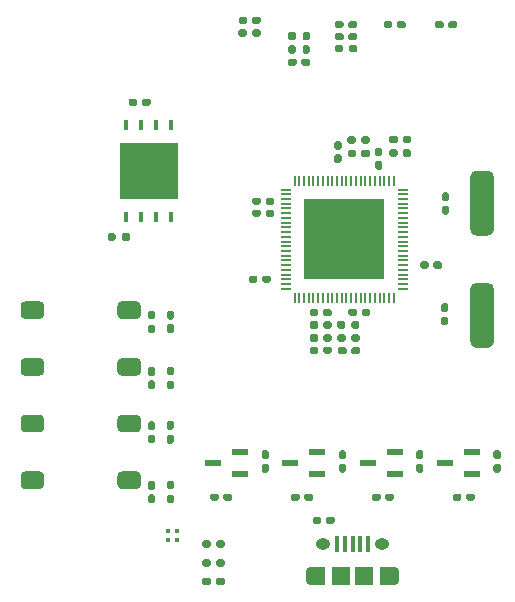
<source format=gbr>
%TF.GenerationSoftware,KiCad,Pcbnew,(5.1.7)-1*%
%TF.CreationDate,2020-10-27T23:28:53+01:00*%
%TF.ProjectId,f1c100s,66316331-3030-4732-9e6b-696361645f70,rev?*%
%TF.SameCoordinates,Original*%
%TF.FileFunction,Paste,Top*%
%TF.FilePolarity,Positive*%
%FSLAX46Y46*%
G04 Gerber Fmt 4.6, Leading zero omitted, Abs format (unit mm)*
G04 Created by KiCad (PCBNEW (5.1.7)-1) date 2020-10-27 23:28:53*
%MOMM*%
%LPD*%
G01*
G04 APERTURE LIST*
%ADD10R,1.400000X0.600000*%
%ADD11O,1.250000X0.950000*%
%ADD12R,1.200000X1.550000*%
%ADD13O,0.890000X1.550000*%
%ADD14R,1.500000X1.550000*%
%ADD15R,0.400000X1.350000*%
%ADD16R,4.900000X4.750000*%
%ADD17R,0.450000X0.950000*%
%ADD18R,6.840000X6.840000*%
%ADD19R,0.200000X0.850000*%
%ADD20R,0.850000X0.200000*%
%ADD21R,0.400000X0.400000*%
G04 APERTURE END LIST*
D10*
%TO.C,IC2*%
X183054426Y-89862800D03*
X185354426Y-88912800D03*
X185354426Y-90812800D03*
%TD*%
%TO.C,IC3*%
X176508484Y-89862800D03*
X178808484Y-88912800D03*
X178808484Y-90812800D03*
%TD*%
%TO.C,IC4*%
X169962542Y-89862800D03*
X172262542Y-88912800D03*
X172262542Y-90812800D03*
%TD*%
%TO.C,IC5*%
X163416600Y-89862800D03*
X165716600Y-88912800D03*
X165716600Y-90812800D03*
%TD*%
%TO.C,SW4*%
G36*
G01*
X149128068Y-90926867D02*
X149128068Y-91676867D01*
G75*
G02*
X148753068Y-92051867I-375000J0D01*
G01*
X147503068Y-92051867D01*
G75*
G02*
X147128068Y-91676867I0J375000D01*
G01*
X147128068Y-90926867D01*
G75*
G02*
X147503068Y-90551867I375000J0D01*
G01*
X148753068Y-90551867D01*
G75*
G02*
X149128068Y-90926867I0J-375000D01*
G01*
G37*
G36*
G01*
X157328068Y-90926867D02*
X157328068Y-91676867D01*
G75*
G02*
X156953068Y-92051867I-375000J0D01*
G01*
X155703068Y-92051867D01*
G75*
G02*
X155328068Y-91676867I0J375000D01*
G01*
X155328068Y-90926867D01*
G75*
G02*
X155703068Y-90551867I375000J0D01*
G01*
X156953068Y-90551867D01*
G75*
G02*
X157328068Y-90926867I0J-375000D01*
G01*
G37*
%TD*%
%TO.C,SW3*%
G36*
G01*
X149128068Y-86127310D02*
X149128068Y-86877310D01*
G75*
G02*
X148753068Y-87252310I-375000J0D01*
G01*
X147503068Y-87252310D01*
G75*
G02*
X147128068Y-86877310I0J375000D01*
G01*
X147128068Y-86127310D01*
G75*
G02*
X147503068Y-85752310I375000J0D01*
G01*
X148753068Y-85752310D01*
G75*
G02*
X149128068Y-86127310I0J-375000D01*
G01*
G37*
G36*
G01*
X157328068Y-86127310D02*
X157328068Y-86877310D01*
G75*
G02*
X156953068Y-87252310I-375000J0D01*
G01*
X155703068Y-87252310D01*
G75*
G02*
X155328068Y-86877310I0J375000D01*
G01*
X155328068Y-86127310D01*
G75*
G02*
X155703068Y-85752310I375000J0D01*
G01*
X156953068Y-85752310D01*
G75*
G02*
X157328068Y-86127310I0J-375000D01*
G01*
G37*
%TD*%
%TO.C,SW2*%
G36*
G01*
X149128068Y-81327755D02*
X149128068Y-82077755D01*
G75*
G02*
X148753068Y-82452755I-375000J0D01*
G01*
X147503068Y-82452755D01*
G75*
G02*
X147128068Y-82077755I0J375000D01*
G01*
X147128068Y-81327755D01*
G75*
G02*
X147503068Y-80952755I375000J0D01*
G01*
X148753068Y-80952755D01*
G75*
G02*
X149128068Y-81327755I0J-375000D01*
G01*
G37*
G36*
G01*
X157328068Y-81327755D02*
X157328068Y-82077755D01*
G75*
G02*
X156953068Y-82452755I-375000J0D01*
G01*
X155703068Y-82452755D01*
G75*
G02*
X155328068Y-82077755I0J375000D01*
G01*
X155328068Y-81327755D01*
G75*
G02*
X155703068Y-80952755I375000J0D01*
G01*
X156953068Y-80952755D01*
G75*
G02*
X157328068Y-81327755I0J-375000D01*
G01*
G37*
%TD*%
%TO.C,SW1*%
G36*
G01*
X149128068Y-76528200D02*
X149128068Y-77278200D01*
G75*
G02*
X148753068Y-77653200I-375000J0D01*
G01*
X147503068Y-77653200D01*
G75*
G02*
X147128068Y-77278200I0J375000D01*
G01*
X147128068Y-76528200D01*
G75*
G02*
X147503068Y-76153200I375000J0D01*
G01*
X148753068Y-76153200D01*
G75*
G02*
X149128068Y-76528200I0J-375000D01*
G01*
G37*
G36*
G01*
X157328068Y-76528200D02*
X157328068Y-77278200D01*
G75*
G02*
X156953068Y-77653200I-375000J0D01*
G01*
X155703068Y-77653200D01*
G75*
G02*
X155328068Y-77278200I0J375000D01*
G01*
X155328068Y-76528200D01*
G75*
G02*
X155703068Y-76153200I375000J0D01*
G01*
X156953068Y-76153200D01*
G75*
G02*
X157328068Y-76528200I0J-375000D01*
G01*
G37*
%TD*%
D11*
%TO.C,J1*%
X177734600Y-96669400D03*
X172734600Y-96669400D03*
D12*
X178134600Y-99369400D03*
X172334600Y-99369400D03*
D13*
X178734600Y-99369400D03*
D14*
X176234600Y-99369400D03*
X174234600Y-99369400D03*
D13*
X171734600Y-99369400D03*
D15*
X176534600Y-96669400D03*
X175884600Y-96669400D03*
X175234600Y-96669400D03*
X174584600Y-96669400D03*
X173934600Y-96669400D03*
%TD*%
D16*
%TO.C,IC6*%
X157962600Y-65100200D03*
D17*
X156057600Y-61200200D03*
X157327600Y-61200200D03*
X158597600Y-61200200D03*
X159867600Y-61200200D03*
X159867600Y-69000200D03*
X158597600Y-69000200D03*
X157327600Y-69000200D03*
X156057600Y-69000200D03*
%TD*%
D18*
%TO.C,IC1*%
X174523400Y-70891400D03*
D19*
X170323400Y-65941400D03*
X170723400Y-65941400D03*
X171123400Y-65941400D03*
X171523400Y-65941400D03*
X171923400Y-65941400D03*
X172323400Y-65941400D03*
X172723400Y-65941400D03*
X173123400Y-65941400D03*
X173523400Y-65941400D03*
X173923400Y-65941400D03*
X174323400Y-65941400D03*
X174723400Y-65941400D03*
X175123400Y-65941400D03*
X175523400Y-65941400D03*
X175923400Y-65941400D03*
X176323400Y-65941400D03*
X176723400Y-65941400D03*
X177123400Y-65941400D03*
X177523400Y-65941400D03*
X177923400Y-65941400D03*
X178323400Y-65941400D03*
X178723400Y-65941400D03*
D20*
X179473400Y-66691400D03*
X179473400Y-67091400D03*
X179473400Y-67491400D03*
X179473400Y-67891400D03*
X179473400Y-68291400D03*
X179473400Y-68691400D03*
X179473400Y-69091400D03*
X179473400Y-69491400D03*
X179473400Y-69891400D03*
X179473400Y-70291400D03*
X179473400Y-70691400D03*
X179473400Y-71091400D03*
X179473400Y-71491400D03*
X179473400Y-71891400D03*
X179473400Y-72291400D03*
X179473400Y-72691400D03*
X179473400Y-73091400D03*
X179473400Y-73491400D03*
X179473400Y-73891400D03*
X179473400Y-74291400D03*
X179473400Y-74691400D03*
X179473400Y-75091400D03*
D19*
X178723400Y-75841400D03*
X178323400Y-75841400D03*
X177923400Y-75841400D03*
X177523400Y-75841400D03*
X177123400Y-75841400D03*
X176723400Y-75841400D03*
X176323400Y-75841400D03*
X175923400Y-75841400D03*
X175523400Y-75841400D03*
X175123400Y-75841400D03*
X174723400Y-75841400D03*
X174323400Y-75841400D03*
X173923400Y-75841400D03*
X173523400Y-75841400D03*
X173123400Y-75841400D03*
X172723400Y-75841400D03*
X172323400Y-75841400D03*
X171923400Y-75841400D03*
X171523400Y-75841400D03*
X171123400Y-75841400D03*
X170723400Y-75841400D03*
X170323400Y-75841400D03*
D20*
X169573400Y-75091400D03*
X169573400Y-74691400D03*
X169573400Y-74291400D03*
X169573400Y-73891400D03*
X169573400Y-73491400D03*
X169573400Y-73091400D03*
X169573400Y-72691400D03*
X169573400Y-72291400D03*
X169573400Y-71891400D03*
X169573400Y-71491400D03*
X169573400Y-71091400D03*
X169573400Y-70691400D03*
X169573400Y-70291400D03*
X169573400Y-69891400D03*
X169573400Y-69491400D03*
X169573400Y-69091400D03*
X169573400Y-68691400D03*
X169573400Y-68291400D03*
X169573400Y-67891400D03*
X169573400Y-67491400D03*
X169573400Y-67091400D03*
X169573400Y-66691400D03*
%TD*%
D21*
%TO.C,D1*%
X159612380Y-96389140D03*
X160412380Y-96389140D03*
X159612380Y-95589140D03*
X160412380Y-95589140D03*
%TD*%
%TO.C,Y1*%
G36*
G01*
X186707400Y-70593200D02*
X185707400Y-70593200D01*
G75*
G02*
X185207400Y-70093200I0J500000D01*
G01*
X185207400Y-65593200D01*
G75*
G02*
X185707400Y-65093200I500000J0D01*
G01*
X186707400Y-65093200D01*
G75*
G02*
X187207400Y-65593200I0J-500000D01*
G01*
X187207400Y-70093200D01*
G75*
G02*
X186707400Y-70593200I-500000J0D01*
G01*
G37*
G36*
G01*
X186707400Y-80093200D02*
X185707400Y-80093200D01*
G75*
G02*
X185207400Y-79593200I0J500000D01*
G01*
X185207400Y-75093200D01*
G75*
G02*
X185707400Y-74593200I500000J0D01*
G01*
X186707400Y-74593200D01*
G75*
G02*
X187207400Y-75093200I0J-500000D01*
G01*
X187207400Y-79593200D01*
G75*
G02*
X186707400Y-80093200I-500000J0D01*
G01*
G37*
%TD*%
%TO.C,C1*%
G36*
G01*
X177604480Y-65003960D02*
X177294480Y-65003960D01*
G75*
G02*
X177139480Y-64848960I0J155000D01*
G01*
X177139480Y-64423960D01*
G75*
G02*
X177294480Y-64268960I155000J0D01*
G01*
X177604480Y-64268960D01*
G75*
G02*
X177759480Y-64423960I0J-155000D01*
G01*
X177759480Y-64848960D01*
G75*
G02*
X177604480Y-65003960I-155000J0D01*
G01*
G37*
G36*
G01*
X177604480Y-63868960D02*
X177294480Y-63868960D01*
G75*
G02*
X177139480Y-63713960I0J155000D01*
G01*
X177139480Y-63288960D01*
G75*
G02*
X177294480Y-63133960I155000J0D01*
G01*
X177604480Y-63133960D01*
G75*
G02*
X177759480Y-63288960I0J-155000D01*
G01*
X177759480Y-63713960D01*
G75*
G02*
X177604480Y-63868960I-155000J0D01*
G01*
G37*
%TD*%
%TO.C,C2*%
G36*
G01*
X174150080Y-63310160D02*
X173840080Y-63310160D01*
G75*
G02*
X173685080Y-63155160I0J155000D01*
G01*
X173685080Y-62730160D01*
G75*
G02*
X173840080Y-62575160I155000J0D01*
G01*
X174150080Y-62575160D01*
G75*
G02*
X174305080Y-62730160I0J-155000D01*
G01*
X174305080Y-63155160D01*
G75*
G02*
X174150080Y-63310160I-155000J0D01*
G01*
G37*
G36*
G01*
X174150080Y-64445160D02*
X173840080Y-64445160D01*
G75*
G02*
X173685080Y-64290160I0J155000D01*
G01*
X173685080Y-63865160D01*
G75*
G02*
X173840080Y-63710160I155000J0D01*
G01*
X174150080Y-63710160D01*
G75*
G02*
X174305080Y-63865160I0J-155000D01*
G01*
X174305080Y-64290160D01*
G75*
G02*
X174150080Y-64445160I-155000J0D01*
G01*
G37*
%TD*%
%TO.C,C3*%
G36*
G01*
X176018800Y-77244000D02*
X176018800Y-76934000D01*
G75*
G02*
X176173800Y-76779000I155000J0D01*
G01*
X176598800Y-76779000D01*
G75*
G02*
X176753800Y-76934000I0J-155000D01*
G01*
X176753800Y-77244000D01*
G75*
G02*
X176598800Y-77399000I-155000J0D01*
G01*
X176173800Y-77399000D01*
G75*
G02*
X176018800Y-77244000I0J155000D01*
G01*
G37*
G36*
G01*
X174883800Y-77244000D02*
X174883800Y-76934000D01*
G75*
G02*
X175038800Y-76779000I155000J0D01*
G01*
X175463800Y-76779000D01*
G75*
G02*
X175618800Y-76934000I0J-155000D01*
G01*
X175618800Y-77244000D01*
G75*
G02*
X175463800Y-77399000I-155000J0D01*
G01*
X175038800Y-77399000D01*
G75*
G02*
X174883800Y-77244000I0J155000D01*
G01*
G37*
%TD*%
%TO.C,C4*%
G36*
G01*
X173477200Y-76959400D02*
X173477200Y-77269400D01*
G75*
G02*
X173322200Y-77424400I-155000J0D01*
G01*
X172897200Y-77424400D01*
G75*
G02*
X172742200Y-77269400I0J155000D01*
G01*
X172742200Y-76959400D01*
G75*
G02*
X172897200Y-76804400I155000J0D01*
G01*
X173322200Y-76804400D01*
G75*
G02*
X173477200Y-76959400I0J-155000D01*
G01*
G37*
G36*
G01*
X172342200Y-76959400D02*
X172342200Y-77269400D01*
G75*
G02*
X172187200Y-77424400I-155000J0D01*
G01*
X171762200Y-77424400D01*
G75*
G02*
X171607200Y-77269400I0J155000D01*
G01*
X171607200Y-76959400D01*
G75*
G02*
X171762200Y-76804400I155000J0D01*
G01*
X172187200Y-76804400D01*
G75*
G02*
X172342200Y-76959400I0J-155000D01*
G01*
G37*
%TD*%
%TO.C,C5*%
G36*
G01*
X172342200Y-78013500D02*
X172342200Y-78323500D01*
G75*
G02*
X172187200Y-78478500I-155000J0D01*
G01*
X171762200Y-78478500D01*
G75*
G02*
X171607200Y-78323500I0J155000D01*
G01*
X171607200Y-78013500D01*
G75*
G02*
X171762200Y-77858500I155000J0D01*
G01*
X172187200Y-77858500D01*
G75*
G02*
X172342200Y-78013500I0J-155000D01*
G01*
G37*
G36*
G01*
X173477200Y-78013500D02*
X173477200Y-78323500D01*
G75*
G02*
X173322200Y-78478500I-155000J0D01*
G01*
X172897200Y-78478500D01*
G75*
G02*
X172742200Y-78323500I0J155000D01*
G01*
X172742200Y-78013500D01*
G75*
G02*
X172897200Y-77858500I155000J0D01*
G01*
X173322200Y-77858500D01*
G75*
G02*
X173477200Y-78013500I0J-155000D01*
G01*
G37*
%TD*%
%TO.C,C6*%
G36*
G01*
X172342200Y-79093000D02*
X172342200Y-79403000D01*
G75*
G02*
X172187200Y-79558000I-155000J0D01*
G01*
X171762200Y-79558000D01*
G75*
G02*
X171607200Y-79403000I0J155000D01*
G01*
X171607200Y-79093000D01*
G75*
G02*
X171762200Y-78938000I155000J0D01*
G01*
X172187200Y-78938000D01*
G75*
G02*
X172342200Y-79093000I0J-155000D01*
G01*
G37*
G36*
G01*
X173477200Y-79093000D02*
X173477200Y-79403000D01*
G75*
G02*
X173322200Y-79558000I-155000J0D01*
G01*
X172897200Y-79558000D01*
G75*
G02*
X172742200Y-79403000I0J155000D01*
G01*
X172742200Y-79093000D01*
G75*
G02*
X172897200Y-78938000I155000J0D01*
G01*
X173322200Y-78938000D01*
G75*
G02*
X173477200Y-79093000I0J-155000D01*
G01*
G37*
%TD*%
%TO.C,C7*%
G36*
G01*
X174007500Y-80495200D02*
X174007500Y-80185200D01*
G75*
G02*
X174162500Y-80030200I155000J0D01*
G01*
X174587500Y-80030200D01*
G75*
G02*
X174742500Y-80185200I0J-155000D01*
G01*
X174742500Y-80495200D01*
G75*
G02*
X174587500Y-80650200I-155000J0D01*
G01*
X174162500Y-80650200D01*
G75*
G02*
X174007500Y-80495200I0J155000D01*
G01*
G37*
G36*
G01*
X175142500Y-80495200D02*
X175142500Y-80185200D01*
G75*
G02*
X175297500Y-80030200I155000J0D01*
G01*
X175722500Y-80030200D01*
G75*
G02*
X175877500Y-80185200I0J-155000D01*
G01*
X175877500Y-80495200D01*
G75*
G02*
X175722500Y-80650200I-155000J0D01*
G01*
X175297500Y-80650200D01*
G75*
G02*
X175142500Y-80495200I0J155000D01*
G01*
G37*
%TD*%
%TO.C,C10*%
G36*
G01*
X172342200Y-80134400D02*
X172342200Y-80444400D01*
G75*
G02*
X172187200Y-80599400I-155000J0D01*
G01*
X171762200Y-80599400D01*
G75*
G02*
X171607200Y-80444400I0J155000D01*
G01*
X171607200Y-80134400D01*
G75*
G02*
X171762200Y-79979400I155000J0D01*
G01*
X172187200Y-79979400D01*
G75*
G02*
X172342200Y-80134400I0J-155000D01*
G01*
G37*
G36*
G01*
X173477200Y-80134400D02*
X173477200Y-80444400D01*
G75*
G02*
X173322200Y-80599400I-155000J0D01*
G01*
X172897200Y-80599400D01*
G75*
G02*
X172742200Y-80444400I0J155000D01*
G01*
X172742200Y-80134400D01*
G75*
G02*
X172897200Y-79979400I155000J0D01*
G01*
X173322200Y-79979400D01*
G75*
G02*
X173477200Y-80134400I0J-155000D01*
G01*
G37*
%TD*%
%TO.C,C11*%
G36*
G01*
X168613100Y-68539300D02*
X168613100Y-68849300D01*
G75*
G02*
X168458100Y-69004300I-155000J0D01*
G01*
X168033100Y-69004300D01*
G75*
G02*
X167878100Y-68849300I0J155000D01*
G01*
X167878100Y-68539300D01*
G75*
G02*
X168033100Y-68384300I155000J0D01*
G01*
X168458100Y-68384300D01*
G75*
G02*
X168613100Y-68539300I0J-155000D01*
G01*
G37*
G36*
G01*
X167478100Y-68539300D02*
X167478100Y-68849300D01*
G75*
G02*
X167323100Y-69004300I-155000J0D01*
G01*
X166898100Y-69004300D01*
G75*
G02*
X166743100Y-68849300I0J155000D01*
G01*
X166743100Y-68539300D01*
G75*
G02*
X166898100Y-68384300I155000J0D01*
G01*
X167323100Y-68384300D01*
G75*
G02*
X167478100Y-68539300I0J-155000D01*
G01*
G37*
%TD*%
%TO.C,C12*%
G36*
G01*
X182089400Y-73243500D02*
X182089400Y-72933500D01*
G75*
G02*
X182244400Y-72778500I155000J0D01*
G01*
X182669400Y-72778500D01*
G75*
G02*
X182824400Y-72933500I0J-155000D01*
G01*
X182824400Y-73243500D01*
G75*
G02*
X182669400Y-73398500I-155000J0D01*
G01*
X182244400Y-73398500D01*
G75*
G02*
X182089400Y-73243500I0J155000D01*
G01*
G37*
G36*
G01*
X180954400Y-73243500D02*
X180954400Y-72933500D01*
G75*
G02*
X181109400Y-72778500I155000J0D01*
G01*
X181534400Y-72778500D01*
G75*
G02*
X181689400Y-72933500I0J-155000D01*
G01*
X181689400Y-73243500D01*
G75*
G02*
X181534400Y-73398500I-155000J0D01*
G01*
X181109400Y-73398500D01*
G75*
G02*
X180954400Y-73243500I0J155000D01*
G01*
G37*
%TD*%
%TO.C,C13*%
G36*
G01*
X167478100Y-67523300D02*
X167478100Y-67833300D01*
G75*
G02*
X167323100Y-67988300I-155000J0D01*
G01*
X166898100Y-67988300D01*
G75*
G02*
X166743100Y-67833300I0J155000D01*
G01*
X166743100Y-67523300D01*
G75*
G02*
X166898100Y-67368300I155000J0D01*
G01*
X167323100Y-67368300D01*
G75*
G02*
X167478100Y-67523300I0J-155000D01*
G01*
G37*
G36*
G01*
X168613100Y-67523300D02*
X168613100Y-67833300D01*
G75*
G02*
X168458100Y-67988300I-155000J0D01*
G01*
X168033100Y-67988300D01*
G75*
G02*
X167878100Y-67833300I0J155000D01*
G01*
X167878100Y-67523300D01*
G75*
G02*
X168033100Y-67368300I155000J0D01*
G01*
X168458100Y-67368300D01*
G75*
G02*
X168613100Y-67523300I0J-155000D01*
G01*
G37*
%TD*%
%TO.C,C14*%
G36*
G01*
X178338200Y-63761680D02*
X178338200Y-63451680D01*
G75*
G02*
X178493200Y-63296680I155000J0D01*
G01*
X178918200Y-63296680D01*
G75*
G02*
X179073200Y-63451680I0J-155000D01*
G01*
X179073200Y-63761680D01*
G75*
G02*
X178918200Y-63916680I-155000J0D01*
G01*
X178493200Y-63916680D01*
G75*
G02*
X178338200Y-63761680I0J155000D01*
G01*
G37*
G36*
G01*
X179473200Y-63761680D02*
X179473200Y-63451680D01*
G75*
G02*
X179628200Y-63296680I155000J0D01*
G01*
X180053200Y-63296680D01*
G75*
G02*
X180208200Y-63451680I0J-155000D01*
G01*
X180208200Y-63761680D01*
G75*
G02*
X180053200Y-63916680I-155000J0D01*
G01*
X179628200Y-63916680D01*
G75*
G02*
X179473200Y-63761680I0J155000D01*
G01*
G37*
%TD*%
%TO.C,C15*%
G36*
G01*
X168318460Y-74124760D02*
X168318460Y-74434760D01*
G75*
G02*
X168163460Y-74589760I-155000J0D01*
G01*
X167738460Y-74589760D01*
G75*
G02*
X167583460Y-74434760I0J155000D01*
G01*
X167583460Y-74124760D01*
G75*
G02*
X167738460Y-73969760I155000J0D01*
G01*
X168163460Y-73969760D01*
G75*
G02*
X168318460Y-74124760I0J-155000D01*
G01*
G37*
G36*
G01*
X167183460Y-74124760D02*
X167183460Y-74434760D01*
G75*
G02*
X167028460Y-74589760I-155000J0D01*
G01*
X166603460Y-74589760D01*
G75*
G02*
X166448460Y-74434760I0J155000D01*
G01*
X166448460Y-74124760D01*
G75*
G02*
X166603460Y-73969760I155000J0D01*
G01*
X167028460Y-73969760D01*
G75*
G02*
X167183460Y-74124760I0J-155000D01*
G01*
G37*
%TD*%
%TO.C,C16*%
G36*
G01*
X175568000Y-63477080D02*
X175568000Y-63787080D01*
G75*
G02*
X175413000Y-63942080I-155000J0D01*
G01*
X174988000Y-63942080D01*
G75*
G02*
X174833000Y-63787080I0J155000D01*
G01*
X174833000Y-63477080D01*
G75*
G02*
X174988000Y-63322080I155000J0D01*
G01*
X175413000Y-63322080D01*
G75*
G02*
X175568000Y-63477080I0J-155000D01*
G01*
G37*
G36*
G01*
X176703000Y-63477080D02*
X176703000Y-63787080D01*
G75*
G02*
X176548000Y-63942080I-155000J0D01*
G01*
X176123000Y-63942080D01*
G75*
G02*
X175968000Y-63787080I0J155000D01*
G01*
X175968000Y-63477080D01*
G75*
G02*
X176123000Y-63322080I155000J0D01*
G01*
X176548000Y-63322080D01*
G75*
G02*
X176703000Y-63477080I0J-155000D01*
G01*
G37*
%TD*%
%TO.C,C17*%
G36*
G01*
X173741120Y-53901400D02*
X173741120Y-53591400D01*
G75*
G02*
X173896120Y-53436400I155000J0D01*
G01*
X174321120Y-53436400D01*
G75*
G02*
X174476120Y-53591400I0J-155000D01*
G01*
X174476120Y-53901400D01*
G75*
G02*
X174321120Y-54056400I-155000J0D01*
G01*
X173896120Y-54056400D01*
G75*
G02*
X173741120Y-53901400I0J155000D01*
G01*
G37*
G36*
G01*
X174876120Y-53901400D02*
X174876120Y-53591400D01*
G75*
G02*
X175031120Y-53436400I155000J0D01*
G01*
X175456120Y-53436400D01*
G75*
G02*
X175611120Y-53591400I0J-155000D01*
G01*
X175611120Y-53901400D01*
G75*
G02*
X175456120Y-54056400I-155000J0D01*
G01*
X175031120Y-54056400D01*
G75*
G02*
X174876120Y-53901400I0J155000D01*
G01*
G37*
%TD*%
%TO.C,C18*%
G36*
G01*
X166724620Y-52517100D02*
X166724620Y-52207100D01*
G75*
G02*
X166879620Y-52052100I155000J0D01*
G01*
X167304620Y-52052100D01*
G75*
G02*
X167459620Y-52207100I0J-155000D01*
G01*
X167459620Y-52517100D01*
G75*
G02*
X167304620Y-52672100I-155000J0D01*
G01*
X166879620Y-52672100D01*
G75*
G02*
X166724620Y-52517100I0J155000D01*
G01*
G37*
G36*
G01*
X165589620Y-52517100D02*
X165589620Y-52207100D01*
G75*
G02*
X165744620Y-52052100I155000J0D01*
G01*
X166169620Y-52052100D01*
G75*
G02*
X166324620Y-52207100I0J-155000D01*
G01*
X166324620Y-52517100D01*
G75*
G02*
X166169620Y-52672100I-155000J0D01*
G01*
X165744620Y-52672100D01*
G75*
G02*
X165589620Y-52517100I0J155000D01*
G01*
G37*
%TD*%
%TO.C,C19*%
G36*
G01*
X169943720Y-53319400D02*
X170253720Y-53319400D01*
G75*
G02*
X170408720Y-53474400I0J-155000D01*
G01*
X170408720Y-53899400D01*
G75*
G02*
X170253720Y-54054400I-155000J0D01*
G01*
X169943720Y-54054400D01*
G75*
G02*
X169788720Y-53899400I0J155000D01*
G01*
X169788720Y-53474400D01*
G75*
G02*
X169943720Y-53319400I155000J0D01*
G01*
G37*
G36*
G01*
X169943720Y-54454400D02*
X170253720Y-54454400D01*
G75*
G02*
X170408720Y-54609400I0J-155000D01*
G01*
X170408720Y-55034400D01*
G75*
G02*
X170253720Y-55189400I-155000J0D01*
G01*
X169943720Y-55189400D01*
G75*
G02*
X169788720Y-55034400I0J155000D01*
G01*
X169788720Y-54609400D01*
G75*
G02*
X169943720Y-54454400I155000J0D01*
G01*
G37*
%TD*%
%TO.C,C20*%
G36*
G01*
X182885000Y-76315000D02*
X183195000Y-76315000D01*
G75*
G02*
X183350000Y-76470000I0J-155000D01*
G01*
X183350000Y-76895000D01*
G75*
G02*
X183195000Y-77050000I-155000J0D01*
G01*
X182885000Y-77050000D01*
G75*
G02*
X182730000Y-76895000I0J155000D01*
G01*
X182730000Y-76470000D01*
G75*
G02*
X182885000Y-76315000I155000J0D01*
G01*
G37*
G36*
G01*
X182885000Y-77450000D02*
X183195000Y-77450000D01*
G75*
G02*
X183350000Y-77605000I0J-155000D01*
G01*
X183350000Y-78030000D01*
G75*
G02*
X183195000Y-78185000I-155000J0D01*
G01*
X182885000Y-78185000D01*
G75*
G02*
X182730000Y-78030000I0J155000D01*
G01*
X182730000Y-77605000D01*
G75*
G02*
X182885000Y-77450000I155000J0D01*
G01*
G37*
%TD*%
%TO.C,C21*%
G36*
G01*
X170508320Y-55750400D02*
X170508320Y-56060400D01*
G75*
G02*
X170353320Y-56215400I-155000J0D01*
G01*
X169928320Y-56215400D01*
G75*
G02*
X169773320Y-56060400I0J155000D01*
G01*
X169773320Y-55750400D01*
G75*
G02*
X169928320Y-55595400I155000J0D01*
G01*
X170353320Y-55595400D01*
G75*
G02*
X170508320Y-55750400I0J-155000D01*
G01*
G37*
G36*
G01*
X171643320Y-55750400D02*
X171643320Y-56060400D01*
G75*
G02*
X171488320Y-56215400I-155000J0D01*
G01*
X171063320Y-56215400D01*
G75*
G02*
X170908320Y-56060400I0J155000D01*
G01*
X170908320Y-55750400D01*
G75*
G02*
X171063320Y-55595400I155000J0D01*
G01*
X171488320Y-55595400D01*
G75*
G02*
X171643320Y-55750400I0J-155000D01*
G01*
G37*
%TD*%
%TO.C,C22*%
G36*
G01*
X178338200Y-62618680D02*
X178338200Y-62308680D01*
G75*
G02*
X178493200Y-62153680I155000J0D01*
G01*
X178918200Y-62153680D01*
G75*
G02*
X179073200Y-62308680I0J-155000D01*
G01*
X179073200Y-62618680D01*
G75*
G02*
X178918200Y-62773680I-155000J0D01*
G01*
X178493200Y-62773680D01*
G75*
G02*
X178338200Y-62618680I0J155000D01*
G01*
G37*
G36*
G01*
X179473200Y-62618680D02*
X179473200Y-62308680D01*
G75*
G02*
X179628200Y-62153680I155000J0D01*
G01*
X180053200Y-62153680D01*
G75*
G02*
X180208200Y-62308680I0J-155000D01*
G01*
X180208200Y-62618680D01*
G75*
G02*
X180053200Y-62773680I-155000J0D01*
G01*
X179628200Y-62773680D01*
G75*
G02*
X179473200Y-62618680I0J155000D01*
G01*
G37*
%TD*%
%TO.C,C23*%
G36*
G01*
X171162920Y-54467100D02*
X171472920Y-54467100D01*
G75*
G02*
X171627920Y-54622100I0J-155000D01*
G01*
X171627920Y-55047100D01*
G75*
G02*
X171472920Y-55202100I-155000J0D01*
G01*
X171162920Y-55202100D01*
G75*
G02*
X171007920Y-55047100I0J155000D01*
G01*
X171007920Y-54622100D01*
G75*
G02*
X171162920Y-54467100I155000J0D01*
G01*
G37*
G36*
G01*
X171162920Y-53332100D02*
X171472920Y-53332100D01*
G75*
G02*
X171627920Y-53487100I0J-155000D01*
G01*
X171627920Y-53912100D01*
G75*
G02*
X171472920Y-54067100I-155000J0D01*
G01*
X171162920Y-54067100D01*
G75*
G02*
X171007920Y-53912100I0J155000D01*
G01*
X171007920Y-53487100D01*
G75*
G02*
X171162920Y-53332100I155000J0D01*
G01*
G37*
%TD*%
%TO.C,C24*%
G36*
G01*
X183265000Y-67670000D02*
X182955000Y-67670000D01*
G75*
G02*
X182800000Y-67515000I0J155000D01*
G01*
X182800000Y-67090000D01*
G75*
G02*
X182955000Y-66935000I155000J0D01*
G01*
X183265000Y-66935000D01*
G75*
G02*
X183420000Y-67090000I0J-155000D01*
G01*
X183420000Y-67515000D01*
G75*
G02*
X183265000Y-67670000I-155000J0D01*
G01*
G37*
G36*
G01*
X183265000Y-68805000D02*
X182955000Y-68805000D01*
G75*
G02*
X182800000Y-68650000I0J155000D01*
G01*
X182800000Y-68225000D01*
G75*
G02*
X182955000Y-68070000I155000J0D01*
G01*
X183265000Y-68070000D01*
G75*
G02*
X183420000Y-68225000I0J-155000D01*
G01*
X183420000Y-68650000D01*
G75*
G02*
X183265000Y-68805000I-155000J0D01*
G01*
G37*
%TD*%
%TO.C,C25*%
G36*
G01*
X184858000Y-92890400D02*
X184858000Y-92580400D01*
G75*
G02*
X185013000Y-92425400I155000J0D01*
G01*
X185438000Y-92425400D01*
G75*
G02*
X185593000Y-92580400I0J-155000D01*
G01*
X185593000Y-92890400D01*
G75*
G02*
X185438000Y-93045400I-155000J0D01*
G01*
X185013000Y-93045400D01*
G75*
G02*
X184858000Y-92890400I0J155000D01*
G01*
G37*
G36*
G01*
X183723000Y-92890400D02*
X183723000Y-92580400D01*
G75*
G02*
X183878000Y-92425400I155000J0D01*
G01*
X184303000Y-92425400D01*
G75*
G02*
X184458000Y-92580400I0J-155000D01*
G01*
X184458000Y-92890400D01*
G75*
G02*
X184303000Y-93045400I-155000J0D01*
G01*
X183878000Y-93045400D01*
G75*
G02*
X183723000Y-92890400I0J155000D01*
G01*
G37*
%TD*%
%TO.C,C26*%
G36*
G01*
X176873466Y-92890400D02*
X176873466Y-92580400D01*
G75*
G02*
X177028466Y-92425400I155000J0D01*
G01*
X177453466Y-92425400D01*
G75*
G02*
X177608466Y-92580400I0J-155000D01*
G01*
X177608466Y-92890400D01*
G75*
G02*
X177453466Y-93045400I-155000J0D01*
G01*
X177028466Y-93045400D01*
G75*
G02*
X176873466Y-92890400I0J155000D01*
G01*
G37*
G36*
G01*
X178008466Y-92890400D02*
X178008466Y-92580400D01*
G75*
G02*
X178163466Y-92425400I155000J0D01*
G01*
X178588466Y-92425400D01*
G75*
G02*
X178743466Y-92580400I0J-155000D01*
G01*
X178743466Y-92890400D01*
G75*
G02*
X178588466Y-93045400I-155000J0D01*
G01*
X178163466Y-93045400D01*
G75*
G02*
X178008466Y-92890400I0J155000D01*
G01*
G37*
%TD*%
%TO.C,C27*%
G36*
G01*
X171158933Y-92890400D02*
X171158933Y-92580400D01*
G75*
G02*
X171313933Y-92425400I155000J0D01*
G01*
X171738933Y-92425400D01*
G75*
G02*
X171893933Y-92580400I0J-155000D01*
G01*
X171893933Y-92890400D01*
G75*
G02*
X171738933Y-93045400I-155000J0D01*
G01*
X171313933Y-93045400D01*
G75*
G02*
X171158933Y-92890400I0J155000D01*
G01*
G37*
G36*
G01*
X170023933Y-92890400D02*
X170023933Y-92580400D01*
G75*
G02*
X170178933Y-92425400I155000J0D01*
G01*
X170603933Y-92425400D01*
G75*
G02*
X170758933Y-92580400I0J-155000D01*
G01*
X170758933Y-92890400D01*
G75*
G02*
X170603933Y-93045400I-155000J0D01*
G01*
X170178933Y-93045400D01*
G75*
G02*
X170023933Y-92890400I0J155000D01*
G01*
G37*
%TD*%
%TO.C,C28*%
G36*
G01*
X163174400Y-92890400D02*
X163174400Y-92580400D01*
G75*
G02*
X163329400Y-92425400I155000J0D01*
G01*
X163754400Y-92425400D01*
G75*
G02*
X163909400Y-92580400I0J-155000D01*
G01*
X163909400Y-92890400D01*
G75*
G02*
X163754400Y-93045400I-155000J0D01*
G01*
X163329400Y-93045400D01*
G75*
G02*
X163174400Y-92890400I0J155000D01*
G01*
G37*
G36*
G01*
X164309400Y-92890400D02*
X164309400Y-92580400D01*
G75*
G02*
X164464400Y-92425400I155000J0D01*
G01*
X164889400Y-92425400D01*
G75*
G02*
X165044400Y-92580400I0J-155000D01*
G01*
X165044400Y-92890400D01*
G75*
G02*
X164889400Y-93045400I-155000J0D01*
G01*
X164464400Y-93045400D01*
G75*
G02*
X164309400Y-92890400I0J155000D01*
G01*
G37*
%TD*%
%TO.C,C29*%
G36*
G01*
X187322400Y-88777800D02*
X187632400Y-88777800D01*
G75*
G02*
X187787400Y-88932800I0J-155000D01*
G01*
X187787400Y-89357800D01*
G75*
G02*
X187632400Y-89512800I-155000J0D01*
G01*
X187322400Y-89512800D01*
G75*
G02*
X187167400Y-89357800I0J155000D01*
G01*
X187167400Y-88932800D01*
G75*
G02*
X187322400Y-88777800I155000J0D01*
G01*
G37*
G36*
G01*
X187322400Y-89912800D02*
X187632400Y-89912800D01*
G75*
G02*
X187787400Y-90067800I0J-155000D01*
G01*
X187787400Y-90492800D01*
G75*
G02*
X187632400Y-90647800I-155000J0D01*
G01*
X187322400Y-90647800D01*
G75*
G02*
X187167400Y-90492800I0J155000D01*
G01*
X187167400Y-90067800D01*
G75*
G02*
X187322400Y-89912800I155000J0D01*
G01*
G37*
%TD*%
%TO.C,C30*%
G36*
G01*
X180776455Y-89912800D02*
X181086455Y-89912800D01*
G75*
G02*
X181241455Y-90067800I0J-155000D01*
G01*
X181241455Y-90492800D01*
G75*
G02*
X181086455Y-90647800I-155000J0D01*
G01*
X180776455Y-90647800D01*
G75*
G02*
X180621455Y-90492800I0J155000D01*
G01*
X180621455Y-90067800D01*
G75*
G02*
X180776455Y-89912800I155000J0D01*
G01*
G37*
G36*
G01*
X180776455Y-88777800D02*
X181086455Y-88777800D01*
G75*
G02*
X181241455Y-88932800I0J-155000D01*
G01*
X181241455Y-89357800D01*
G75*
G02*
X181086455Y-89512800I-155000J0D01*
G01*
X180776455Y-89512800D01*
G75*
G02*
X180621455Y-89357800I0J155000D01*
G01*
X180621455Y-88932800D01*
G75*
G02*
X180776455Y-88777800I155000J0D01*
G01*
G37*
%TD*%
%TO.C,C31*%
G36*
G01*
X174230513Y-88777800D02*
X174540513Y-88777800D01*
G75*
G02*
X174695513Y-88932800I0J-155000D01*
G01*
X174695513Y-89357800D01*
G75*
G02*
X174540513Y-89512800I-155000J0D01*
G01*
X174230513Y-89512800D01*
G75*
G02*
X174075513Y-89357800I0J155000D01*
G01*
X174075513Y-88932800D01*
G75*
G02*
X174230513Y-88777800I155000J0D01*
G01*
G37*
G36*
G01*
X174230513Y-89912800D02*
X174540513Y-89912800D01*
G75*
G02*
X174695513Y-90067800I0J-155000D01*
G01*
X174695513Y-90492800D01*
G75*
G02*
X174540513Y-90647800I-155000J0D01*
G01*
X174230513Y-90647800D01*
G75*
G02*
X174075513Y-90492800I0J155000D01*
G01*
X174075513Y-90067800D01*
G75*
G02*
X174230513Y-89912800I155000J0D01*
G01*
G37*
%TD*%
%TO.C,C32*%
G36*
G01*
X167684571Y-89912800D02*
X167994571Y-89912800D01*
G75*
G02*
X168149571Y-90067800I0J-155000D01*
G01*
X168149571Y-90492800D01*
G75*
G02*
X167994571Y-90647800I-155000J0D01*
G01*
X167684571Y-90647800D01*
G75*
G02*
X167529571Y-90492800I0J155000D01*
G01*
X167529571Y-90067800D01*
G75*
G02*
X167684571Y-89912800I155000J0D01*
G01*
G37*
G36*
G01*
X167684571Y-88777800D02*
X167994571Y-88777800D01*
G75*
G02*
X168149571Y-88932800I0J-155000D01*
G01*
X168149571Y-89357800D01*
G75*
G02*
X167994571Y-89512800I-155000J0D01*
G01*
X167684571Y-89512800D01*
G75*
G02*
X167529571Y-89357800I0J155000D01*
G01*
X167529571Y-88932800D01*
G75*
G02*
X167684571Y-88777800I155000J0D01*
G01*
G37*
%TD*%
%TO.C,C33*%
G36*
G01*
X172596200Y-94536200D02*
X172596200Y-94846200D01*
G75*
G02*
X172441200Y-95001200I-155000J0D01*
G01*
X172016200Y-95001200D01*
G75*
G02*
X171861200Y-94846200I0J155000D01*
G01*
X171861200Y-94536200D01*
G75*
G02*
X172016200Y-94381200I155000J0D01*
G01*
X172441200Y-94381200D01*
G75*
G02*
X172596200Y-94536200I0J-155000D01*
G01*
G37*
G36*
G01*
X173731200Y-94536200D02*
X173731200Y-94846200D01*
G75*
G02*
X173576200Y-95001200I-155000J0D01*
G01*
X173151200Y-95001200D01*
G75*
G02*
X172996200Y-94846200I0J155000D01*
G01*
X172996200Y-94536200D01*
G75*
G02*
X173151200Y-94381200I155000J0D01*
G01*
X173576200Y-94381200D01*
G75*
G02*
X173731200Y-94536200I0J-155000D01*
G01*
G37*
%TD*%
%TO.C,C34*%
G36*
G01*
X156275760Y-59448760D02*
X156275760Y-59138760D01*
G75*
G02*
X156430760Y-58983760I155000J0D01*
G01*
X156855760Y-58983760D01*
G75*
G02*
X157010760Y-59138760I0J-155000D01*
G01*
X157010760Y-59448760D01*
G75*
G02*
X156855760Y-59603760I-155000J0D01*
G01*
X156430760Y-59603760D01*
G75*
G02*
X156275760Y-59448760I0J155000D01*
G01*
G37*
G36*
G01*
X157410760Y-59448760D02*
X157410760Y-59138760D01*
G75*
G02*
X157565760Y-58983760I155000J0D01*
G01*
X157990760Y-58983760D01*
G75*
G02*
X158145760Y-59138760I0J-155000D01*
G01*
X158145760Y-59448760D01*
G75*
G02*
X157990760Y-59603760I-155000J0D01*
G01*
X157565760Y-59603760D01*
G75*
G02*
X157410760Y-59448760I0J155000D01*
G01*
G37*
%TD*%
%TO.C,C35*%
G36*
G01*
X174875800Y-52875240D02*
X174875800Y-52565240D01*
G75*
G02*
X175030800Y-52410240I155000J0D01*
G01*
X175455800Y-52410240D01*
G75*
G02*
X175610800Y-52565240I0J-155000D01*
G01*
X175610800Y-52875240D01*
G75*
G02*
X175455800Y-53030240I-155000J0D01*
G01*
X175030800Y-53030240D01*
G75*
G02*
X174875800Y-52875240I0J155000D01*
G01*
G37*
G36*
G01*
X173740800Y-52875240D02*
X173740800Y-52565240D01*
G75*
G02*
X173895800Y-52410240I155000J0D01*
G01*
X174320800Y-52410240D01*
G75*
G02*
X174475800Y-52565240I0J-155000D01*
G01*
X174475800Y-52875240D01*
G75*
G02*
X174320800Y-53030240I-155000J0D01*
G01*
X173895800Y-53030240D01*
G75*
G02*
X173740800Y-52875240I0J155000D01*
G01*
G37*
%TD*%
%TO.C,C36*%
G36*
G01*
X177868320Y-52875240D02*
X177868320Y-52565240D01*
G75*
G02*
X178023320Y-52410240I155000J0D01*
G01*
X178448320Y-52410240D01*
G75*
G02*
X178603320Y-52565240I0J-155000D01*
G01*
X178603320Y-52875240D01*
G75*
G02*
X178448320Y-53030240I-155000J0D01*
G01*
X178023320Y-53030240D01*
G75*
G02*
X177868320Y-52875240I0J155000D01*
G01*
G37*
G36*
G01*
X179003320Y-52875240D02*
X179003320Y-52565240D01*
G75*
G02*
X179158320Y-52410240I155000J0D01*
G01*
X179583320Y-52410240D01*
G75*
G02*
X179738320Y-52565240I0J-155000D01*
G01*
X179738320Y-52875240D01*
G75*
G02*
X179583320Y-53030240I-155000J0D01*
G01*
X179158320Y-53030240D01*
G75*
G02*
X179003320Y-52875240I0J155000D01*
G01*
G37*
%TD*%
%TO.C,C37*%
G36*
G01*
X183353320Y-52875240D02*
X183353320Y-52565240D01*
G75*
G02*
X183508320Y-52410240I155000J0D01*
G01*
X183933320Y-52410240D01*
G75*
G02*
X184088320Y-52565240I0J-155000D01*
G01*
X184088320Y-52875240D01*
G75*
G02*
X183933320Y-53030240I-155000J0D01*
G01*
X183508320Y-53030240D01*
G75*
G02*
X183353320Y-52875240I0J155000D01*
G01*
G37*
G36*
G01*
X182218320Y-52875240D02*
X182218320Y-52565240D01*
G75*
G02*
X182373320Y-52410240I155000J0D01*
G01*
X182798320Y-52410240D01*
G75*
G02*
X182953320Y-52565240I0J-155000D01*
G01*
X182953320Y-52875240D01*
G75*
G02*
X182798320Y-53030240I-155000J0D01*
G01*
X182373320Y-53030240D01*
G75*
G02*
X182218320Y-52875240I0J155000D01*
G01*
G37*
%TD*%
%TO.C,C38*%
G36*
G01*
X158061600Y-91368600D02*
X158371600Y-91368600D01*
G75*
G02*
X158526600Y-91523600I0J-155000D01*
G01*
X158526600Y-91948600D01*
G75*
G02*
X158371600Y-92103600I-155000J0D01*
G01*
X158061600Y-92103600D01*
G75*
G02*
X157906600Y-91948600I0J155000D01*
G01*
X157906600Y-91523600D01*
G75*
G02*
X158061600Y-91368600I155000J0D01*
G01*
G37*
G36*
G01*
X158061600Y-92503600D02*
X158371600Y-92503600D01*
G75*
G02*
X158526600Y-92658600I0J-155000D01*
G01*
X158526600Y-93083600D01*
G75*
G02*
X158371600Y-93238600I-155000J0D01*
G01*
X158061600Y-93238600D01*
G75*
G02*
X157906600Y-93083600I0J155000D01*
G01*
X157906600Y-92658600D01*
G75*
G02*
X158061600Y-92503600I155000J0D01*
G01*
G37*
%TD*%
%TO.C,C39*%
G36*
G01*
X158061600Y-86314000D02*
X158371600Y-86314000D01*
G75*
G02*
X158526600Y-86469000I0J-155000D01*
G01*
X158526600Y-86894000D01*
G75*
G02*
X158371600Y-87049000I-155000J0D01*
G01*
X158061600Y-87049000D01*
G75*
G02*
X157906600Y-86894000I0J155000D01*
G01*
X157906600Y-86469000D01*
G75*
G02*
X158061600Y-86314000I155000J0D01*
G01*
G37*
G36*
G01*
X158061600Y-87449000D02*
X158371600Y-87449000D01*
G75*
G02*
X158526600Y-87604000I0J-155000D01*
G01*
X158526600Y-88029000D01*
G75*
G02*
X158371600Y-88184000I-155000J0D01*
G01*
X158061600Y-88184000D01*
G75*
G02*
X157906600Y-88029000I0J155000D01*
G01*
X157906600Y-87604000D01*
G75*
G02*
X158061600Y-87449000I155000J0D01*
G01*
G37*
%TD*%
%TO.C,C40*%
G36*
G01*
X158061600Y-82851600D02*
X158371600Y-82851600D01*
G75*
G02*
X158526600Y-83006600I0J-155000D01*
G01*
X158526600Y-83431600D01*
G75*
G02*
X158371600Y-83586600I-155000J0D01*
G01*
X158061600Y-83586600D01*
G75*
G02*
X157906600Y-83431600I0J155000D01*
G01*
X157906600Y-83006600D01*
G75*
G02*
X158061600Y-82851600I155000J0D01*
G01*
G37*
G36*
G01*
X158061600Y-81716600D02*
X158371600Y-81716600D01*
G75*
G02*
X158526600Y-81871600I0J-155000D01*
G01*
X158526600Y-82296600D01*
G75*
G02*
X158371600Y-82451600I-155000J0D01*
G01*
X158061600Y-82451600D01*
G75*
G02*
X157906600Y-82296600I0J155000D01*
G01*
X157906600Y-81871600D01*
G75*
G02*
X158061600Y-81716600I155000J0D01*
G01*
G37*
%TD*%
%TO.C,C41*%
G36*
G01*
X159671960Y-76956640D02*
X159981960Y-76956640D01*
G75*
G02*
X160136960Y-77111640I0J-155000D01*
G01*
X160136960Y-77536640D01*
G75*
G02*
X159981960Y-77691640I-155000J0D01*
G01*
X159671960Y-77691640D01*
G75*
G02*
X159516960Y-77536640I0J155000D01*
G01*
X159516960Y-77111640D01*
G75*
G02*
X159671960Y-76956640I155000J0D01*
G01*
G37*
G36*
G01*
X159671960Y-78091640D02*
X159981960Y-78091640D01*
G75*
G02*
X160136960Y-78246640I0J-155000D01*
G01*
X160136960Y-78671640D01*
G75*
G02*
X159981960Y-78826640I-155000J0D01*
G01*
X159671960Y-78826640D01*
G75*
G02*
X159516960Y-78671640I0J155000D01*
G01*
X159516960Y-78246640D01*
G75*
G02*
X159671960Y-78091640I155000J0D01*
G01*
G37*
%TD*%
%TO.C,R1*%
G36*
G01*
X173936700Y-79420700D02*
X173936700Y-79100700D01*
G75*
G02*
X174096700Y-78940700I160000J0D01*
G01*
X174491700Y-78940700D01*
G75*
G02*
X174651700Y-79100700I0J-160000D01*
G01*
X174651700Y-79420700D01*
G75*
G02*
X174491700Y-79580700I-160000J0D01*
G01*
X174096700Y-79580700D01*
G75*
G02*
X173936700Y-79420700I0J160000D01*
G01*
G37*
G36*
G01*
X175131700Y-79420700D02*
X175131700Y-79100700D01*
G75*
G02*
X175291700Y-78940700I160000J0D01*
G01*
X175686700Y-78940700D01*
G75*
G02*
X175846700Y-79100700I0J-160000D01*
G01*
X175846700Y-79420700D01*
G75*
G02*
X175686700Y-79580700I-160000J0D01*
G01*
X175291700Y-79580700D01*
G75*
G02*
X175131700Y-79420700I0J160000D01*
G01*
G37*
%TD*%
%TO.C,R2*%
G36*
G01*
X175106300Y-78315800D02*
X175106300Y-77995800D01*
G75*
G02*
X175266300Y-77835800I160000J0D01*
G01*
X175661300Y-77835800D01*
G75*
G02*
X175821300Y-77995800I0J-160000D01*
G01*
X175821300Y-78315800D01*
G75*
G02*
X175661300Y-78475800I-160000J0D01*
G01*
X175266300Y-78475800D01*
G75*
G02*
X175106300Y-78315800I0J160000D01*
G01*
G37*
G36*
G01*
X173911300Y-78315800D02*
X173911300Y-77995800D01*
G75*
G02*
X174071300Y-77835800I160000J0D01*
G01*
X174466300Y-77835800D01*
G75*
G02*
X174626300Y-77995800I0J-160000D01*
G01*
X174626300Y-78315800D01*
G75*
G02*
X174466300Y-78475800I-160000J0D01*
G01*
X174071300Y-78475800D01*
G75*
G02*
X173911300Y-78315800I0J160000D01*
G01*
G37*
%TD*%
%TO.C,R3*%
G36*
G01*
X174936120Y-54922400D02*
X174936120Y-54602400D01*
G75*
G02*
X175096120Y-54442400I160000J0D01*
G01*
X175491120Y-54442400D01*
G75*
G02*
X175651120Y-54602400I0J-160000D01*
G01*
X175651120Y-54922400D01*
G75*
G02*
X175491120Y-55082400I-160000J0D01*
G01*
X175096120Y-55082400D01*
G75*
G02*
X174936120Y-54922400I0J160000D01*
G01*
G37*
G36*
G01*
X173741120Y-54922400D02*
X173741120Y-54602400D01*
G75*
G02*
X173901120Y-54442400I160000J0D01*
G01*
X174296120Y-54442400D01*
G75*
G02*
X174456120Y-54602400I0J-160000D01*
G01*
X174456120Y-54922400D01*
G75*
G02*
X174296120Y-55082400I-160000J0D01*
G01*
X173901120Y-55082400D01*
G75*
G02*
X173741120Y-54922400I0J160000D01*
G01*
G37*
%TD*%
%TO.C,R4*%
G36*
G01*
X165549620Y-53576200D02*
X165549620Y-53256200D01*
G75*
G02*
X165709620Y-53096200I160000J0D01*
G01*
X166104620Y-53096200D01*
G75*
G02*
X166264620Y-53256200I0J-160000D01*
G01*
X166264620Y-53576200D01*
G75*
G02*
X166104620Y-53736200I-160000J0D01*
G01*
X165709620Y-53736200D01*
G75*
G02*
X165549620Y-53576200I0J160000D01*
G01*
G37*
G36*
G01*
X166744620Y-53576200D02*
X166744620Y-53256200D01*
G75*
G02*
X166904620Y-53096200I160000J0D01*
G01*
X167299620Y-53096200D01*
G75*
G02*
X167459620Y-53256200I0J-160000D01*
G01*
X167459620Y-53576200D01*
G75*
G02*
X167299620Y-53736200I-160000J0D01*
G01*
X166904620Y-53736200D01*
G75*
G02*
X166744620Y-53576200I0J160000D01*
G01*
G37*
%TD*%
%TO.C,R5*%
G36*
G01*
X174787600Y-62649080D02*
X174787600Y-62329080D01*
G75*
G02*
X174947600Y-62169080I160000J0D01*
G01*
X175342600Y-62169080D01*
G75*
G02*
X175502600Y-62329080I0J-160000D01*
G01*
X175502600Y-62649080D01*
G75*
G02*
X175342600Y-62809080I-160000J0D01*
G01*
X174947600Y-62809080D01*
G75*
G02*
X174787600Y-62649080I0J160000D01*
G01*
G37*
G36*
G01*
X175982600Y-62649080D02*
X175982600Y-62329080D01*
G75*
G02*
X176142600Y-62169080I160000J0D01*
G01*
X176537600Y-62169080D01*
G75*
G02*
X176697600Y-62329080I0J-160000D01*
G01*
X176697600Y-62649080D01*
G75*
G02*
X176537600Y-62809080I-160000J0D01*
G01*
X176142600Y-62809080D01*
G75*
G02*
X175982600Y-62649080I0J160000D01*
G01*
G37*
%TD*%
%TO.C,R6*%
G36*
G01*
X154498080Y-70868520D02*
X154498080Y-70548520D01*
G75*
G02*
X154658080Y-70388520I160000J0D01*
G01*
X155053080Y-70388520D01*
G75*
G02*
X155213080Y-70548520I0J-160000D01*
G01*
X155213080Y-70868520D01*
G75*
G02*
X155053080Y-71028520I-160000J0D01*
G01*
X154658080Y-71028520D01*
G75*
G02*
X154498080Y-70868520I0J160000D01*
G01*
G37*
G36*
G01*
X155693080Y-70868520D02*
X155693080Y-70548520D01*
G75*
G02*
X155853080Y-70388520I160000J0D01*
G01*
X156248080Y-70388520D01*
G75*
G02*
X156408080Y-70548520I0J-160000D01*
G01*
X156408080Y-70868520D01*
G75*
G02*
X156248080Y-71028520I-160000J0D01*
G01*
X155853080Y-71028520D01*
G75*
G02*
X155693080Y-70868520I0J160000D01*
G01*
G37*
%TD*%
%TO.C,R7*%
G36*
G01*
X159656800Y-92543600D02*
X159976800Y-92543600D01*
G75*
G02*
X160136800Y-92703600I0J-160000D01*
G01*
X160136800Y-93098600D01*
G75*
G02*
X159976800Y-93258600I-160000J0D01*
G01*
X159656800Y-93258600D01*
G75*
G02*
X159496800Y-93098600I0J160000D01*
G01*
X159496800Y-92703600D01*
G75*
G02*
X159656800Y-92543600I160000J0D01*
G01*
G37*
G36*
G01*
X159656800Y-91348600D02*
X159976800Y-91348600D01*
G75*
G02*
X160136800Y-91508600I0J-160000D01*
G01*
X160136800Y-91903600D01*
G75*
G02*
X159976800Y-92063600I-160000J0D01*
G01*
X159656800Y-92063600D01*
G75*
G02*
X159496800Y-91903600I0J160000D01*
G01*
X159496800Y-91508600D01*
G75*
G02*
X159656800Y-91348600I160000J0D01*
G01*
G37*
%TD*%
%TO.C,R8*%
G36*
G01*
X162511780Y-96860340D02*
X162511780Y-96540340D01*
G75*
G02*
X162671780Y-96380340I160000J0D01*
G01*
X163066780Y-96380340D01*
G75*
G02*
X163226780Y-96540340I0J-160000D01*
G01*
X163226780Y-96860340D01*
G75*
G02*
X163066780Y-97020340I-160000J0D01*
G01*
X162671780Y-97020340D01*
G75*
G02*
X162511780Y-96860340I0J160000D01*
G01*
G37*
G36*
G01*
X163706780Y-96860340D02*
X163706780Y-96540340D01*
G75*
G02*
X163866780Y-96380340I160000J0D01*
G01*
X164261780Y-96380340D01*
G75*
G02*
X164421780Y-96540340I0J-160000D01*
G01*
X164421780Y-96860340D01*
G75*
G02*
X164261780Y-97020340I-160000J0D01*
G01*
X163866780Y-97020340D01*
G75*
G02*
X163706780Y-96860340I0J160000D01*
G01*
G37*
%TD*%
%TO.C,R9*%
G36*
G01*
X163706780Y-98447840D02*
X163706780Y-98127840D01*
G75*
G02*
X163866780Y-97967840I160000J0D01*
G01*
X164261780Y-97967840D01*
G75*
G02*
X164421780Y-98127840I0J-160000D01*
G01*
X164421780Y-98447840D01*
G75*
G02*
X164261780Y-98607840I-160000J0D01*
G01*
X163866780Y-98607840D01*
G75*
G02*
X163706780Y-98447840I0J160000D01*
G01*
G37*
G36*
G01*
X162511780Y-98447840D02*
X162511780Y-98127840D01*
G75*
G02*
X162671780Y-97967840I160000J0D01*
G01*
X163066780Y-97967840D01*
G75*
G02*
X163226780Y-98127840I0J-160000D01*
G01*
X163226780Y-98447840D01*
G75*
G02*
X163066780Y-98607840I-160000J0D01*
G01*
X162671780Y-98607840D01*
G75*
G02*
X162511780Y-98447840I0J160000D01*
G01*
G37*
%TD*%
%TO.C,R10*%
G36*
G01*
X163706780Y-100035340D02*
X163706780Y-99715340D01*
G75*
G02*
X163866780Y-99555340I160000J0D01*
G01*
X164261780Y-99555340D01*
G75*
G02*
X164421780Y-99715340I0J-160000D01*
G01*
X164421780Y-100035340D01*
G75*
G02*
X164261780Y-100195340I-160000J0D01*
G01*
X163866780Y-100195340D01*
G75*
G02*
X163706780Y-100035340I0J160000D01*
G01*
G37*
G36*
G01*
X162511780Y-100035340D02*
X162511780Y-99715340D01*
G75*
G02*
X162671780Y-99555340I160000J0D01*
G01*
X163066780Y-99555340D01*
G75*
G02*
X163226780Y-99715340I0J-160000D01*
G01*
X163226780Y-100035340D01*
G75*
G02*
X163066780Y-100195340I-160000J0D01*
G01*
X162671780Y-100195340D01*
G75*
G02*
X162511780Y-100035340I0J160000D01*
G01*
G37*
%TD*%
%TO.C,R11*%
G36*
G01*
X159656800Y-86294000D02*
X159976800Y-86294000D01*
G75*
G02*
X160136800Y-86454000I0J-160000D01*
G01*
X160136800Y-86849000D01*
G75*
G02*
X159976800Y-87009000I-160000J0D01*
G01*
X159656800Y-87009000D01*
G75*
G02*
X159496800Y-86849000I0J160000D01*
G01*
X159496800Y-86454000D01*
G75*
G02*
X159656800Y-86294000I160000J0D01*
G01*
G37*
G36*
G01*
X159656800Y-87489000D02*
X159976800Y-87489000D01*
G75*
G02*
X160136800Y-87649000I0J-160000D01*
G01*
X160136800Y-88044000D01*
G75*
G02*
X159976800Y-88204000I-160000J0D01*
G01*
X159656800Y-88204000D01*
G75*
G02*
X159496800Y-88044000I0J160000D01*
G01*
X159496800Y-87649000D01*
G75*
G02*
X159656800Y-87489000I160000J0D01*
G01*
G37*
%TD*%
%TO.C,R12*%
G36*
G01*
X159656800Y-82891600D02*
X159976800Y-82891600D01*
G75*
G02*
X160136800Y-83051600I0J-160000D01*
G01*
X160136800Y-83446600D01*
G75*
G02*
X159976800Y-83606600I-160000J0D01*
G01*
X159656800Y-83606600D01*
G75*
G02*
X159496800Y-83446600I0J160000D01*
G01*
X159496800Y-83051600D01*
G75*
G02*
X159656800Y-82891600I160000J0D01*
G01*
G37*
G36*
G01*
X159656800Y-81696600D02*
X159976800Y-81696600D01*
G75*
G02*
X160136800Y-81856600I0J-160000D01*
G01*
X160136800Y-82251600D01*
G75*
G02*
X159976800Y-82411600I-160000J0D01*
G01*
X159656800Y-82411600D01*
G75*
G02*
X159496800Y-82251600I0J160000D01*
G01*
X159496800Y-81856600D01*
G75*
G02*
X159656800Y-81696600I160000J0D01*
G01*
G37*
%TD*%
%TO.C,R13*%
G36*
G01*
X158066760Y-76936640D02*
X158386760Y-76936640D01*
G75*
G02*
X158546760Y-77096640I0J-160000D01*
G01*
X158546760Y-77491640D01*
G75*
G02*
X158386760Y-77651640I-160000J0D01*
G01*
X158066760Y-77651640D01*
G75*
G02*
X157906760Y-77491640I0J160000D01*
G01*
X157906760Y-77096640D01*
G75*
G02*
X158066760Y-76936640I160000J0D01*
G01*
G37*
G36*
G01*
X158066760Y-78131640D02*
X158386760Y-78131640D01*
G75*
G02*
X158546760Y-78291640I0J-160000D01*
G01*
X158546760Y-78686640D01*
G75*
G02*
X158386760Y-78846640I-160000J0D01*
G01*
X158066760Y-78846640D01*
G75*
G02*
X157906760Y-78686640I0J160000D01*
G01*
X157906760Y-78291640D01*
G75*
G02*
X158066760Y-78131640I160000J0D01*
G01*
G37*
%TD*%
M02*

</source>
